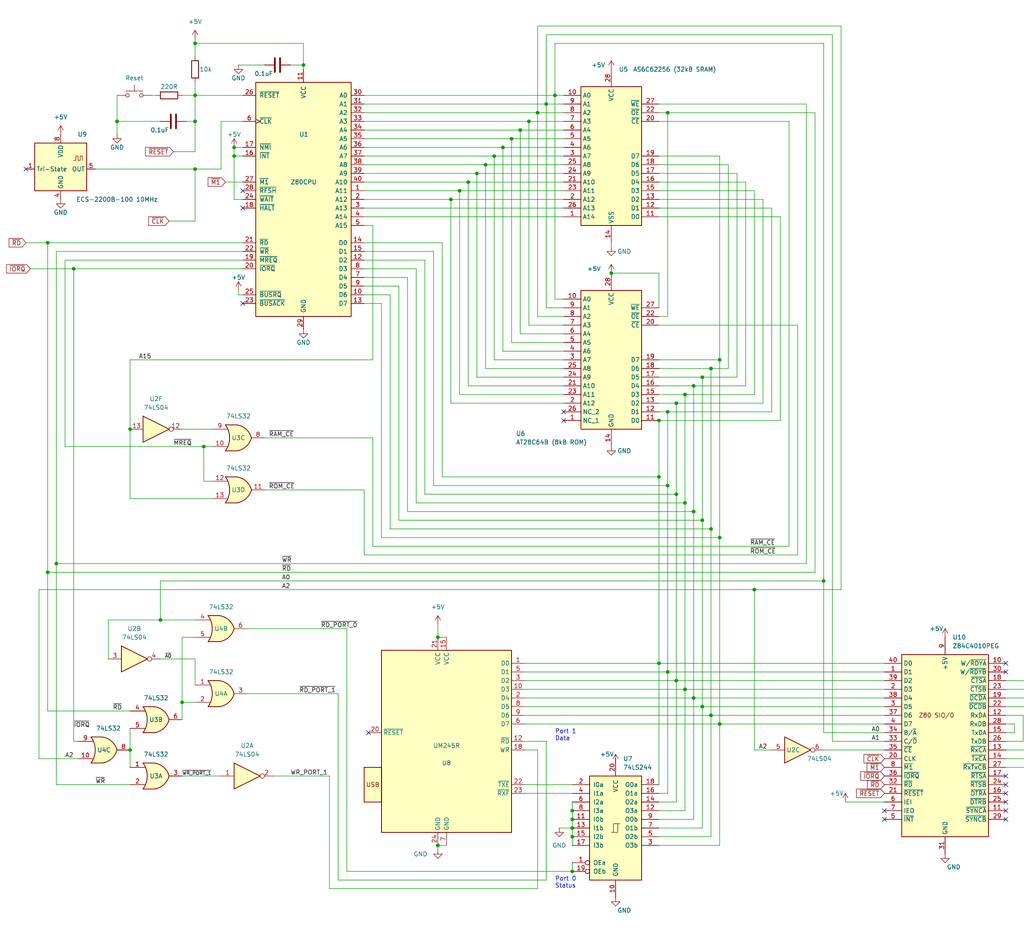
<source format=kicad_sch>
(kicad_sch (version 20230121) (generator eeschema)
  (paper "User" 299.999 275.006)
  (junction (at 200.66 147.32))
  (junction (at 193.04 139.7))
  (junction (at 200.66 115.57))
  (junction (at 53.34 205.74))
  (junction (at 57.15 27.94))
  (junction (at 167.64 255.27))
  (junction (at 142.24 48.26))
  (junction (at 68.58 45.72))
  (junction (at 57.15 12.7))
  (junction (at 205.74 110.49))
  (junction (at 57.15 35.56))
  (junction (at 167.64 240.03))
  (junction (at 210.82 212.09))
  (junction (at 193.04 123.19))
  (junction (at 53.34 364.49))
  (junction (at 198.12 118.11))
  (junction (at 144.78 45.72))
  (junction (at 162.56 27.94))
  (junction (at 300.99 222.25))
  (junction (at 210.82 105.41))
  (junction (at 208.28 209.55))
  (junction (at 15.24 321.31))
  (junction (at 128.27 247.65))
  (junction (at 195.58 196.85))
  (junction (at 195.58 120.65))
  (junction (at 132.08 58.42))
  (junction (at 203.2 113.03))
  (junction (at 154.94 35.56))
  (junction (at 210.82 157.48))
  (junction (at 88.9 19.05))
  (junction (at 57.15 49.53))
  (junction (at 68.58 43.18))
  (junction (at 59.69 130.81))
  (junction (at 167.64 245.11))
  (junction (at 149.86 40.64))
  (junction (at 167.64 237.49))
  (junction (at 134.62 55.88))
  (junction (at 308.61 207.01))
  (junction (at 205.74 207.01))
  (junction (at 208.28 107.95))
  (junction (at 147.32 43.18))
  (junction (at 195.58 33.02))
  (junction (at 308.61 201.93))
  (junction (at 198.12 199.39))
  (junction (at 21.59 78.74))
  (junction (at 220.98 172.72))
  (junction (at 38.1 125.73))
  (junction (at 53.34 339.09))
  (junction (at 308.61 204.47))
  (junction (at 152.4 38.1))
  (junction (at 200.66 201.93))
  (junction (at 208.28 154.94))
  (junction (at 167.64 242.57))
  (junction (at 203.2 149.86))
  (junction (at 13.97 167.64))
  (junction (at 160.02 30.48))
  (junction (at 128.27 186.69))
  (junction (at 38.1 219.71))
  (junction (at 241.3 170.18))
  (junction (at 193.04 194.31))
  (junction (at 179.07 80.01))
  (junction (at 205.74 152.4))
  (junction (at 137.16 53.34))
  (junction (at 46.99 181.61))
  (junction (at 157.48 33.02))
  (junction (at 195.58 142.24))
  (junction (at 198.12 144.78))
  (junction (at 13.97 71.12))
  (junction (at 139.7 50.8))
  (junction (at 16.51 165.1))
  (junction (at 203.2 204.47))
  (junction (at 34.29 35.56))
  (no_connect (at 294.64 196.85))
  (no_connect (at 294.64 237.49))
  (no_connect (at 294.64 240.03))
  (no_connect (at 259.08 240.03))
  (no_connect (at 7.62 49.53))
  (no_connect (at 294.64 234.95))
  (no_connect (at 71.12 55.88))
  (no_connect (at 71.12 88.9))
  (no_connect (at 107.95 214.63))
  (no_connect (at 294.64 227.33))
  (no_connect (at 259.08 237.49))
  (no_connect (at 165.1 120.65))
  (no_connect (at 294.64 232.41))
  (no_connect (at 294.64 229.87))
  (no_connect (at 71.12 60.96))
  (no_connect (at 165.1 123.19))
  (no_connect (at 294.64 194.31))
  (wire (pts (xy 193.04 240.03) (xy 203.2 240.03)))
  (wire (pts (xy 72.39 203.2) (xy 99.06 203.2)))
  (wire (pts (xy 19.05 76.2) (xy 19.05 130.81)))
  (wire (pts (xy 200.66 147.32) (xy 200.66 201.93)))
  (wire (pts (xy 300.99 219.71) (xy 300.99 222.25)))
  (wire (pts (xy 297.18 214.63) (xy 297.18 212.09)))
  (wire (pts (xy 53.34 339.09) (xy 86.36 339.09)))
  (wire (pts (xy 106.68 30.48) (xy 160.02 30.48)))
  (wire (pts (xy 193.04 107.95) (xy 208.28 107.95)))
  (wire (pts (xy 127 142.24) (xy 195.58 142.24)))
  (wire (pts (xy 193.04 95.25) (xy 233.68 95.25)))
  (wire (pts (xy 210.82 212.09) (xy 259.08 212.09)))
  (wire (pts (xy 34.29 27.94) (xy 34.29 35.56)))
  (wire (pts (xy 153.67 194.31) (xy 193.04 194.31)))
  (wire (pts (xy 193.04 123.19) (xy 193.04 139.7)))
  (wire (pts (xy 193.04 63.5) (xy 228.6 63.5)))
  (wire (pts (xy 109.22 128.27) (xy 109.22 160.02)))
  (wire (pts (xy 167.64 232.41) (xy 153.67 232.41)))
  (wire (pts (xy 294.64 199.39) (xy 308.61 199.39)))
  (wire (pts (xy 109.22 66.04) (xy 109.22 105.41)))
  (wire (pts (xy 210.82 157.48) (xy 210.82 105.41)))
  (wire (pts (xy 129.54 139.7) (xy 193.04 139.7)))
  (wire (pts (xy 193.04 30.48) (xy 236.22 30.48)))
  (wire (pts (xy 106.68 81.28) (xy 119.38 81.28)))
  (wire (pts (xy 16.51 165.1) (xy 236.22 165.1)))
  (wire (pts (xy 167.64 252.73) (xy 167.64 255.27)))
  (wire (pts (xy 200.66 201.93) (xy 259.08 201.93)))
  (wire (pts (xy 13.97 71.12) (xy 13.97 167.64)))
  (wire (pts (xy 294.64 214.63) (xy 297.18 214.63)))
  (wire (pts (xy 72.39 184.15) (xy 101.6 184.15)))
  (wire (pts (xy 203.2 113.03) (xy 218.44 113.03)))
  (wire (pts (xy 38.1 213.36) (xy 38.1 219.71)))
  (wire (pts (xy 106.68 76.2) (xy 124.46 76.2)))
  (wire (pts (xy 200.66 115.57) (xy 200.66 147.32)))
  (wire (pts (xy 119.38 81.28) (xy 119.38 149.86)))
  (wire (pts (xy 66.04 53.34) (xy 71.12 53.34)))
  (wire (pts (xy 16.51 73.66) (xy 16.51 165.1)))
  (wire (pts (xy 121.92 78.74) (xy 121.92 147.32)))
  (wire (pts (xy 193.04 232.41) (xy 195.58 232.41)))
  (wire (pts (xy 99.06 257.81) (xy 160.02 257.81)))
  (wire (pts (xy 193.04 194.31) (xy 259.08 194.31)))
  (wire (pts (xy 22.86 339.09) (xy 53.34 339.09)))
  (wire (pts (xy 96.52 227.33) (xy 96.52 260.35)))
  (wire (pts (xy 106.68 45.72) (xy 144.78 45.72)))
  (wire (pts (xy 226.06 219.71) (xy 220.98 219.71)))
  (wire (pts (xy 223.52 118.11) (xy 198.12 118.11)))
  (wire (pts (xy 106.68 43.18) (xy 147.32 43.18)))
  (wire (pts (xy 101.6 184.15) (xy 101.6 255.27)))
  (wire (pts (xy 167.64 245.11) (xy 167.64 247.65)))
  (wire (pts (xy 13.97 167.64) (xy 238.76 167.64)))
  (wire (pts (xy 124.46 144.78) (xy 198.12 144.78)))
  (wire (pts (xy 106.68 60.96) (xy 165.1 60.96)))
  (wire (pts (xy 147.32 102.87) (xy 165.1 102.87)))
  (wire (pts (xy 57.15 11.43) (xy 57.15 12.7)))
  (wire (pts (xy 69.85 19.05) (xy 77.47 19.05)))
  (wire (pts (xy 22.86 364.49) (xy 53.34 364.49)))
  (wire (pts (xy 106.68 53.34) (xy 137.16 53.34)))
  (wire (pts (xy 116.84 152.4) (xy 205.74 152.4)))
  (wire (pts (xy 59.69 130.81) (xy 59.69 140.97)))
  (wire (pts (xy 203.2 149.86) (xy 203.2 204.47)))
  (wire (pts (xy 64.77 49.53) (xy 64.77 35.56)))
  (wire (pts (xy 205.74 152.4) (xy 205.74 207.01)))
  (wire (pts (xy 21.59 78.74) (xy 21.59 217.17)))
  (wire (pts (xy 198.12 199.39) (xy 198.12 234.95)))
  (wire (pts (xy 193.04 115.57) (xy 200.66 115.57)))
  (wire (pts (xy 114.3 154.94) (xy 208.28 154.94)))
  (wire (pts (xy 193.04 92.71) (xy 195.58 92.71)))
  (wire (pts (xy 259.08 196.85) (xy 195.58 196.85)))
  (wire (pts (xy 236.22 165.1) (xy 236.22 30.48)))
  (wire (pts (xy 167.64 242.57) (xy 167.64 245.11)))
  (wire (pts (xy 165.1 92.71) (xy 157.48 92.71)))
  (wire (pts (xy 162.56 27.94) (xy 165.1 27.94)))
  (wire (pts (xy 160.02 90.17) (xy 165.1 90.17)))
  (wire (pts (xy 49.53 64.77) (xy 57.15 64.77)))
  (wire (pts (xy 71.12 78.74) (xy 21.59 78.74)))
  (wire (pts (xy 137.16 113.03) (xy 165.1 113.03)))
  (wire (pts (xy 165.1 53.34) (xy 137.16 53.34)))
  (wire (pts (xy 294.64 224.79) (xy 300.99 224.79)))
  (wire (pts (xy 193.04 247.65) (xy 210.82 247.65)))
  (wire (pts (xy 96.52 260.35) (xy 157.48 260.35)))
  (wire (pts (xy 243.84 10.16) (xy 243.84 217.17)))
  (wire (pts (xy 38.1 105.41) (xy 38.1 125.73)))
  (wire (pts (xy 106.68 162.56) (xy 233.68 162.56)))
  (wire (pts (xy 128.27 186.69) (xy 130.81 186.69)))
  (wire (pts (xy 106.68 50.8) (xy 139.7 50.8)))
  (wire (pts (xy 71.12 73.66) (xy 16.51 73.66)))
  (wire (pts (xy 205.74 207.01) (xy 205.74 242.57)))
  (wire (pts (xy 57.15 27.94) (xy 71.12 27.94)))
  (wire (pts (xy 241.3 214.63) (xy 241.3 170.18)))
  (wire (pts (xy 208.28 107.95) (xy 208.28 154.94)))
  (wire (pts (xy 193.04 105.41) (xy 210.82 105.41)))
  (wire (pts (xy 195.58 33.02) (xy 195.58 92.71)))
  (wire (pts (xy 193.04 48.26) (xy 213.36 48.26)))
  (wire (pts (xy 77.47 143.51) (xy 106.68 143.51)))
  (wire (pts (xy 57.15 24.13) (xy 57.15 27.94)))
  (wire (pts (xy 106.68 78.74) (xy 121.92 78.74)))
  (wire (pts (xy 57.15 64.77) (xy 57.15 49.53)))
  (wire (pts (xy 241.3 170.18) (xy 46.99 170.18)))
  (wire (pts (xy 179.07 72.39) (xy 179.07 71.12)))
  (wire (pts (xy 34.29 35.56) (xy 46.99 35.56)))
  (wire (pts (xy 294.64 204.47) (xy 308.61 204.47)))
  (wire (pts (xy 57.15 44.45) (xy 57.15 35.56)))
  (wire (pts (xy 53.34 27.94) (xy 57.15 27.94)))
  (wire (pts (xy 57.15 186.69) (xy 53.34 186.69)))
  (wire (pts (xy 208.28 107.95) (xy 213.36 107.95)))
  (wire (pts (xy 124.46 76.2) (xy 124.46 144.78)))
  (wire (pts (xy 153.67 207.01) (xy 205.74 207.01)))
  (wire (pts (xy 193.04 58.42) (xy 223.52 58.42)))
  (wire (pts (xy 193.04 35.56) (xy 231.14 35.56)))
  (wire (pts (xy 106.68 143.51) (xy 106.68 162.56)))
  (wire (pts (xy 106.68 40.64) (xy 149.86 40.64)))
  (wire (pts (xy 152.4 38.1) (xy 152.4 97.79)))
  (wire (pts (xy 134.62 115.57) (xy 134.62 55.88)))
  (wire (pts (xy 226.06 120.65) (xy 226.06 60.96)))
  (wire (pts (xy 116.84 83.82) (xy 116.84 152.4)))
  (wire (pts (xy 106.68 33.02) (xy 157.48 33.02)))
  (wire (pts (xy 50.8 44.45) (xy 57.15 44.45)))
  (wire (pts (xy 68.58 45.72) (xy 68.58 43.18)))
  (wire (pts (xy 109.22 105.41) (xy 38.1 105.41)))
  (wire (pts (xy 308.61 199.39) (xy 308.61 201.93)))
  (wire (pts (xy 153.67 209.55) (xy 208.28 209.55)))
  (wire (pts (xy 119.38 149.86) (xy 203.2 149.86)))
  (wire (pts (xy 11.43 172.72) (xy 11.43 222.25)))
  (wire (pts (xy 259.08 204.47) (xy 203.2 204.47)))
  (wire (pts (xy 163.83 242.57) (xy 167.64 242.57)))
  (wire (pts (xy 7.62 71.12) (xy 13.97 71.12)))
  (wire (pts (xy 203.2 204.47) (xy 203.2 240.03)))
  (wire (pts (xy 106.68 58.42) (xy 132.08 58.42)))
  (wire (pts (xy 121.92 147.32) (xy 200.66 147.32)))
  (wire (pts (xy 165.1 95.25) (xy 154.94 95.25)))
  (wire (pts (xy 31.75 181.61) (xy 31.75 193.04)))
  (wire (pts (xy 106.68 66.04) (xy 109.22 66.04)))
  (wire (pts (xy 153.67 204.47) (xy 203.2 204.47)))
  (wire (pts (xy 13.97 167.64) (xy 13.97 208.28)))
  (wire (pts (xy 68.58 43.18) (xy 71.12 43.18)))
  (wire (pts (xy 111.76 88.9) (xy 106.68 88.9)))
  (wire (pts (xy 71.12 71.12) (xy 13.97 71.12)))
  (wire (pts (xy 157.48 260.35) (xy 157.48 219.71)))
  (wire (pts (xy 294.64 207.01) (xy 308.61 207.01)))
  (wire (pts (xy 198.12 199.39) (xy 259.08 199.39)))
  (wire (pts (xy 193.04 90.17) (xy 193.04 80.01)))
  (wire (pts (xy 193.04 120.65) (xy 195.58 120.65)))
  (wire (pts (xy 128.27 182.88) (xy 128.27 186.69)))
  (wire (pts (xy 57.15 12.7) (xy 57.15 16.51)))
  (wire (pts (xy 152.4 97.79) (xy 165.1 97.79)))
  (wire (pts (xy 233.68 162.56) (xy 233.68 95.25)))
  (wire (pts (xy 53.34 125.73) (xy 62.23 125.73)))
  (wire (pts (xy 144.78 45.72) (xy 144.78 105.41)))
  (wire (pts (xy 129.54 71.12) (xy 129.54 139.7)))
  (wire (pts (xy 53.34 205.74) (xy 57.15 205.74)))
  (wire (pts (xy 294.64 209.55) (xy 299.72 209.55)))
  (wire (pts (xy 165.1 50.8) (xy 139.7 50.8)))
  (wire (pts (xy 62.23 130.81) (xy 59.69 130.81)))
  (wire (pts (xy 220.98 172.72) (xy 220.98 219.71)))
  (wire (pts (xy 198.12 118.11) (xy 193.04 118.11)))
  (wire (pts (xy 193.04 139.7) (xy 193.04 194.31)))
  (wire (pts (xy 203.2 113.03) (xy 203.2 149.86)))
  (wire (pts (xy 127 73.66) (xy 127 142.24)))
  (wire (pts (xy 193.04 242.57) (xy 205.74 242.57)))
  (wire (pts (xy 193.04 55.88) (xy 220.98 55.88)))
  (wire (pts (xy 165.1 115.57) (xy 134.62 115.57)))
  (wire (pts (xy 162.56 12.7) (xy 241.3 12.7)))
  (wire (pts (xy 106.68 73.66) (xy 127 73.66)))
  (wire (pts (xy 154.94 35.56) (xy 165.1 35.56)))
  (wire (pts (xy 294.64 219.71) (xy 300.99 219.71)))
  (wire (pts (xy 68.58 45.72) (xy 71.12 45.72)))
  (wire (pts (xy 153.67 217.17) (xy 160.02 217.17)))
  (wire (pts (xy 153.67 201.93) (xy 200.66 201.93)))
  (wire (pts (xy 139.7 110.49) (xy 165.1 110.49)))
  (wire (pts (xy 8.89 78.74) (xy 21.59 78.74)))
  (wire (pts (xy 68.58 58.42) (xy 68.58 45.72)))
  (wire (pts (xy 243.84 217.17) (xy 259.08 217.17)))
  (wire (pts (xy 46.99 193.04) (xy 57.15 193.04)))
  (wire (pts (xy 165.1 87.63) (xy 162.56 87.63)))
  (wire (pts (xy 198.12 118.11) (xy 198.12 144.78)))
  (wire (pts (xy 220.98 172.72) (xy 11.43 172.72)))
  (wire (pts (xy 139.7 50.8) (xy 139.7 110.49)))
  (wire (pts (xy 153.67 199.39) (xy 198.12 199.39)))
  (wire (pts (xy 46.99 181.61) (xy 57.15 181.61)))
  (wire (pts (xy 195.58 142.24) (xy 195.58 196.85)))
  (wire (pts (xy 180.34 223.52) (xy 180.34 222.25)))
  (wire (pts (xy 195.58 196.85) (xy 195.58 232.41)))
  (wire (pts (xy 132.08 58.42) (xy 132.08 118.11)))
  (wire (pts (xy 153.67 219.71) (xy 157.48 219.71)))
  (wire (pts (xy 208.28 154.94) (xy 208.28 209.55)))
  (wire (pts (xy 208.28 209.55) (xy 208.28 245.11)))
  (wire (pts (xy 218.44 113.03) (xy 218.44 53.34)))
  (wire (pts (xy 71.12 58.42) (xy 68.58 58.42)))
  (wire (pts (xy 27.94 49.53) (xy 57.15 49.53)))
  (wire (pts (xy 200.66 115.57) (xy 220.98 115.57)))
  (wire (pts (xy 111.76 157.48) (xy 210.82 157.48)))
  (wire (pts (xy 193.04 110.49) (xy 205.74 110.49)))
  (wire (pts (xy 205.74 110.49) (xy 215.9 110.49)))
  (wire (pts (xy 238.76 167.64) (xy 238.76 33.02)))
  (wire (pts (xy 106.68 27.94) (xy 162.56 27.94)))
  (wire (pts (xy 88.9 19.05) (xy 88.9 20.32)))
  (wire (pts (xy 160.02 30.48) (xy 160.02 10.16)))
  (wire (pts (xy 77.47 128.27) (xy 109.22 128.27)))
  (wire (pts (xy 153.67 212.09) (xy 210.82 212.09)))
  (wire (pts (xy 246.38 7.62) (xy 246.38 172.72)))
  (wire (pts (xy 57.15 12.7) (xy 88.9 12.7)))
  (wire (pts (xy 15.24 312.42) (xy 15.24 321.31)))
  (wire (pts (xy 300.99 222.25) (xy 306.07 222.25)))
  (wire (pts (xy 142.24 107.95) (xy 142.24 48.26)))
  (wire (pts (xy 193.04 50.8) (xy 215.9 50.8)))
  (wire (pts (xy 69.85 86.36) (xy 69.85 85.09)))
  (wire (pts (xy 21.59 217.17) (xy 22.86 217.17)))
  (wire (pts (xy 165.1 45.72) (xy 144.78 45.72)))
  (wire (pts (xy 34.29 39.37) (xy 34.29 35.56)))
  (wire (pts (xy 193.04 123.19) (xy 228.6 123.19)))
  (wire (pts (xy 165.1 107.95) (xy 142.24 107.95)))
  (wire (pts (xy 106.68 83.82) (xy 116.84 83.82)))
  (wire (pts (xy 19.05 130.81) (xy 59.69 130.81)))
  (wire (pts (xy 109.22 160.02) (xy 231.14 160.02)))
  (wire (pts (xy 205.74 110.49) (xy 205.74 152.4)))
  (wire (pts (xy 64.77 35.56) (xy 71.12 35.56)))
  (wire (pts (xy 299.72 217.17) (xy 299.72 209.55)))
  (wire (pts (xy 167.64 240.03) (xy 167.64 242.57)))
  (wire (pts (xy 15.24 321.31) (xy 15.24 331.47)))
  (wire (pts (xy 210.82 247.65) (xy 210.82 212.09)))
  (wire (pts (xy 106.68 38.1) (xy 152.4 38.1)))
  (wire (pts (xy 195.58 120.65) (xy 195.58 142.24)))
  (wire (pts (xy 195.58 120.65) (xy 226.06 120.65)))
  (wire (pts (xy 193.04 53.34) (xy 218.44 53.34)))
  (wire (pts (xy 308.61 204.47) (xy 308.61 207.01)))
  (wire (pts (xy 193.04 33.02) (xy 195.58 33.02)))
  (wire (pts (xy 157.48 33.02) (xy 165.1 33.02)))
  (wire (pts (xy 132.08 118.11) (xy 165.1 118.11)))
  (wire (pts (xy 294.64 217.17) (xy 299.72 217.17)))
  (wire (pts (xy 165.1 30.48) (xy 160.02 30.48)))
  (wire (pts (xy 193.04 113.03) (xy 203.2 113.03)))
  (wire (pts (xy 106.68 71.12) (xy 129.54 71.12)))
  (wire (pts (xy 128.27 247.65) (xy 130.81 247.65)))
  (wire (pts (xy 241.3 219.71) (xy 259.08 219.71)))
  (wire (pts (xy 157.48 92.71) (xy 157.48 33.02)))
  (wire (pts (xy 246.38 172.72) (xy 220.98 172.72)))
  (wire (pts (xy 157.48 7.62) (xy 246.38 7.62)))
  (wire (pts (xy 11.43 222.25) (xy 22.86 222.25)))
  (wire (pts (xy 13.97 208.28) (xy 38.1 208.28)))
  (wire (pts (xy 16.51 165.1) (xy 16.51 229.87)))
  (wire (pts (xy 220.98 115.57) (xy 220.98 55.88)))
  (wire (pts (xy 215.9 50.8) (xy 215.9 110.49)))
  (wire (pts (xy 149.86 100.33) (xy 149.86 40.64)))
  (wire (pts (xy 200.66 201.93) (xy 200.66 237.49)))
  (wire (pts (xy 46.99 170.18) (xy 46.99 181.61)))
  (wire (pts (xy 99.06 203.2) (xy 99.06 257.81)))
  (wire (pts (xy 57.15 49.53) (xy 64.77 49.53)))
  (wire (pts (xy 165.1 100.33) (xy 149.86 100.33)))
  (wire (pts (xy 162.56 27.94) (xy 162.56 12.7)))
  (wire (pts (xy 294.64 212.09) (xy 297.18 212.09)))
  (wire (pts (xy 153.67 196.85) (xy 195.58 196.85)))
  (wire (pts (xy 294.64 201.93) (xy 308.61 201.93)))
  (wire (pts (xy 157.48 33.02) (xy 157.48 7.62)))
  (wire (pts (xy 38.1 146.05) (xy 62.23 146.05)))
  (wire (pts (xy 193.04 60.96) (xy 226.06 60.96)))
  (wire (pts (xy 71.12 86.36) (xy 69.85 86.36)))
  (wire (pts (xy 198.12 144.78) (xy 198.12 199.39)))
  (wire (pts (xy 38.1 125.73) (xy 38.1 146.05)))
  (wire (pts (xy 208.28 209.55) (xy 259.08 209.55)))
  (wire (pts (xy 53.34 364.49) (xy 86.36 364.49)))
  (wire (pts (xy 205.74 207.01) (xy 259.08 207.01)))
  (wire (pts (xy 300.99 222.25) (xy 300.99 224.79)))
  (wire (pts (xy 154.94 95.25) (xy 154.94 35.56)))
  (wire (pts (xy 106.68 63.5) (xy 165.1 63.5)))
  (wire (pts (xy 144.78 105.41) (xy 165.1 105.41)))
  (wire (pts (xy 193.04 45.72) (xy 210.82 45.72)))
  (wire (pts (xy 193.04 237.49) (xy 200.66 237.49)))
  (wire (pts (xy 16.51 229.87) (xy 38.1 229.87)))
  (wire (pts (xy 193.04 245.11) (xy 208.28 245.11)))
  (wire (pts (xy 308.61 201.93) (xy 308.61 204.47)))
  (wire (pts (xy 160.02 30.48) (xy 160.02 90.17)))
  (wire (pts (xy 294.64 222.25) (xy 300.99 222.25)))
  (wire (pts (xy 85.09 19.05) (xy 88.9 19.05)))
  (wire (pts (xy 106.68 48.26) (xy 142.24 48.26)))
  (wire (pts (xy 44.45 27.94) (xy 45.72 27.94)))
  (wire (pts (xy 80.01 227.33) (xy 96.52 227.33)))
  (wire (pts (xy 38.1 219.71) (xy 38.1 224.79)))
  (wire (pts (xy 114.3 86.36) (xy 114.3 154.94)))
  (wire (pts (xy 53.34 205.74) (xy 53.34 210.82)))
  (wire (pts (xy 228.6 63.5) (xy 228.6 123.19)))
  (wire (pts (xy 62.23 140.97) (xy 59.69 140.97)))
  (wire (pts (xy 57.15 200.66) (xy 57.15 193.04)))
  (wire (pts (xy 88.9 12.7) (xy 88.9 19.05)))
  (wire (pts (xy 213.36 107.95) (xy 213.36 48.26)))
  (wire (pts (xy 101.6 255.27) (xy 167.64 255.27)))
  (wire (pts (xy 106.68 35.56) (xy 154.94 35.56)))
  (wire (pts (xy 106.68 86.36) (xy 114.3 86.36)))
  (wire (pts (xy 128.27 248.92) (xy 128.27 247.65)))
  (wire (pts (xy 193.04 234.95) (xy 198.12 234.95)))
  (wire (pts (xy 210.82 45.72) (xy 210.82 105.41)))
  (wire (pts (xy 149.86 40.64) (xy 165.1 40.64)))
  (wire (pts (xy 165.1 38.1) (xy 152.4 38.1)))
  (wire (pts (xy 308.61 207.01) (xy 308.61 208.28)))
  (wire (pts (xy 134.62 55.88) (xy 165.1 55.88)))
  (wire (pts (xy 193.04 194.31) (xy 193.04 229.87)))
  (wire (pts (xy 7.62 321.31) (xy 15.24 321.31)))
  (wire (pts (xy 195.58 33.02) (xy 238.76 33.02)))
  (wire (pts (xy 162.56 87.63) (xy 162.56 27.94)))
  (wire (pts (xy 165.1 43.18) (xy 147.32 43.18)))
  (wire (pts (xy 165.1 58.42) (xy 132.08 58.42)))
  (wire (pts (xy 179.07 80.01) (xy 193.04 80.01)))
  (wire (pts (xy 147.32 43.18) (xy 147.32 102.87)))
  (wire (pts (xy 247.65 234.95) (xy 259.08 234.95)))
  (wire (pts (xy 210.82 157.48) (xy 210.82 212.09)))
  (wire (pts (xy 167.64 237.49) (xy 167.64 240.03)))
  (wire (pts (xy 53.34 186.69) (xy 53.34 205.74)))
  (wire (pts (xy 142.24 48.26) (xy 165.1 48.26)))
  (wire (pts (xy 231.14 35.56) (xy 231.14 160.02)))
  (wire (pts (xy 57.15 35.56) (xy 57.15 27.94)))
  (wire (pts (xy 111.76 88.9) (xy 111.76 157.48)))
  (wire (pts (xy 241.3 12.7) (xy 241.3 170.18)))
  (wire (pts (xy 259.08 214.63) (xy 241.3 214.63)))
  (wire (pts (xy 160.02 257.81) (xy 160.02 217.17)))
  (wire (pts (xy 167.64 234.95) (xy 167.64 237.49)))
  (wire (pts (xy 137.16 53.34) (xy 137.16 113.03)))
  (wire (pts (xy 54.61 35.56) (xy 57.15 35.56)))
  (wire (pts (xy 31.75 181.61) (xy 46.99 181.61)))
  (wire (pts (xy 71.12 76.2) (xy 19.05 76.2)))
  (wire (pts (xy 160.02 10.16) (xy 243.84 10.16)))
  (wire (pts (xy 223.52 58.42) (xy 223.52 118.11)))
  (wire (pts (xy 106.68 55.88) (xy 134.62 55.88)))
  (wire (pts (xy 53.34 227.33) (xy 64.77 227.33)))
  (wire (pts (xy 167.64 229.87) (xy 153.67 229.87)))
  (text "Cross-over Tx/Rx" (at 300.99 217.17 0) (effects (font (size 1.27 1.27)) (justify left bottom)))
  (text "Port 1\nData\n" (at 162.56 217.17 0) (effects (font (size 1.27 1.27)) (justify left bottom)))
  (text "Port 0\nStatus\n" (at 162.56 260.35 0) (effects (font (size 1.27 1.27)) (justify left bottom)))
  (label "~{RD}" (at 82.55 167.64 0))
  (label "~{ROM_CE}" (at 78.74 143.51 0))
  (label "A2" (at 222.25 219.71 0))
  (label "~{WR}" (at 27.94 229.87 0))
  (label "~{RAM_CE}" (at 219.71 160.02 0))
  (label "~{RD_PORT_0}" (at 93.98 184.15 0))
  (label "A0" (at 82.55 170.18 0))
  (label "~{RD_PORT_1}" (at 87.63 203.2 0))
  (label "~{ROM_CE}" (at 219.71 162.56 0))
  (label "A2" (at 82.55 172.72 0))
  (label "A0" (at 255.27 214.63 0))
  (label "~{RAM_CE}" (at 78.74 128.27 0))
  (label "~{WR}" (at 82.55 165.1 0))
  (label "A15" (at 40.64 105.41 0))
  (label "~{WR_PORT_1}" (at 53.34 227.33 0) (effects (font (size 1 1))))
  (label "~{MREQ}" (at 50.8 130.81 0))
  (label "~{A0}" (at 48.26 193.04 0) (effects (font (size 1 1))))
  (label "WR_PORT_1" (at 85.09 227.33 0))
  (label "A2" (at 19.05 222.25 0))
  (label "A1" (at 255.27 217.17 0))
  (label "~{IORQ}" (at 21.59 213.36 0))
  (label "~{RD}" (at 33.02 208.28 0))
  (global_label "~{RD}" (shape input) (at 259.08 229.87 180) (property "Intersheetrefs" "${INTERSHEET_REFS}" (effects hide)))
  (global_label "~{RD}" (shape input) (at 7.62 71.12 180) (property "Intersheetrefs" "${INTERSHEET_REFS}" (effects hide)))
  (global_label "~{CLK}" (shape input) (at 259.08 222.25 180) (property "Intersheetrefs" "${INTERSHEET_REFS}" (effects hide)))
  (global_label "~{CLK}" (shape input) (at 306.07 222.25 0) (property "Intersheetrefs" "${INTERSHEET_REFS}" (effects hide)))
  (global_label "~{IORQ}" (shape input) (at 8.89 78.74 180) (property "Intersheetrefs" "${INTERSHEET_REFS}" (effects hide)))
  (global_label "~{CLK}" (shape input) (at 49.53 64.77 180) (property "Intersheetrefs" "${INTERSHEET_REFS}" (effects hide)))
  (global_label "~{M1}" (shape input) (at 259.08 224.79 180) (property "Intersheetrefs" "${INTERSHEET_REFS}" (effects hide)))
  (global_label "~{RESET}" (shape input) (at 50.8 44.45 180) (property "Intersheetrefs" "${INTERSHEET_REFS}" (effects hide)))
  (global_label "~{RESET}" (shape input) (at 259.08 232.41 180) (property "Intersheetrefs" "${INTERSHEET_REFS}" (effects hide)))
  (global_label "~{M1}" (shape input) (at 66.04 53.34 180) (property "Intersheetrefs" "${INTERSHEET_REFS}" (effects hide)))
  (global_label "~{IORQ}" (shape input) (at 259.08 227.33 180) (property "Intersheetrefs" "${INTERSHEET_REFS}" (effects hide)))
  (symbol (lib_id "Device:R") (at 49.53 27.94 270) (unit 1)
    (property "Reference" "R2" (effects hide))
    (property "Value" "220R" (at 49.53 25.4 90))
  )
  (symbol (lib_id "74xx:74LS04") (at 233.68 219.71 0) (unit 3)
    (property "Reference" "U2" (at 232.41 219.71 0))
    (property "Value" "74LS04" (at 240.03 222.25 0))
    (property "Datasheet" "http://www.ti.com/lit/gpn/sn74LS04" (effects hide))
  )
  (symbol (lib_name "GND_2") (lib_id "power:GND") (at 180.34 262.89 0) (unit 1)
    (property "Reference" "#PWR02" (effects hide))
    (property "Value" "GND" (at 182.88 266.7 0))
  )
  (symbol (lib_id "CPU:Z80CPU") (at 88.9 58.42 0) (unit 1)
    (property "Reference" "U1" (at 87.63 39.37 0) (effects (justify left)))
    (property "Value" "Z80CPU" (at 85.09 53.34 0) (effects (justify left)))
    (property "Datasheet" "www.zilog.com/manage_directlink.php?filepath=docs/z80/um0080" (effects hide))
  )
  (symbol (lib_id "74xx:74LS32") (at 64.77 203.2 0) (unit 1)
    (property "Reference" "U4" (at 64.77 203.2 0))
    (property "Value" "74LS32" (at 64.77 196.85 0))
    (property "Datasheet" "http://www.ti.com/lit/gpn/sn74LS32" (effects hide))
  )
  (symbol (lib_id "power:+5V") (at 276.86 186.69 0) (unit 1)
    (property "Reference" "#PWR012" (effects hide))
    (property "Value" "+5V" (at 274.32 184.15 0))
  )
  (symbol (lib_id "74xx:74LS04") (at 22.86 351.79 0) (unit 7)
    (property "Reference" "U2" (at 12.7 350.52 0))
    (property "Value" "74LS04" (at 10.16 347.98 0))
    (property "Datasheet" "http://www.ti.com/lit/gpn/sn74LS04" (effects hide))
  )
  (symbol (lib_id "power:GND") (at 69.85 19.05 0) (unit 1)
    (property "Reference" "#PWR0102" (effects hide))
    (property "Value" "GND" (at 69.85 22.86 0))
  )
  (symbol (lib_id "AS6C62256:AS6C62256-55PCN") (at 165.1 27.94 0) (unit 1)
    (property "Reference" "U5" (at 181.2641 20.32 0) (effects (justify left)))
    (property "Value" "AS6C62256 (32kB SRAM)" (at 185.42 20.32 0) (effects (justify left)))
    (property "Footprint" "DIP1587W140P254L3632H381Q28N" (effects hide))
    (property "Datasheet" "https://componentsearchengine.com/Datasheets/1/AS6C62256-55PCN.pdf" (effects hide))
    (property "Height" "3.81" (effects hide))
    (property "Mouser Part Number" "913-AS6C62256-55PCN" (effects hide))
    (property "Mouser Price/Stock" "https://www.mouser.co.uk/ProductDetail/Alliance-Memory/AS6C62256-55PCN?qs=LD2UibpCYJqgbIupMJnGTQ%3D%3D" (effects hide))
    (property "Manufacturer_Name" "Alliance Memory" (effects hide))
    (property "Manufacturer_Part_Number" "AS6C62256-55PCN" (effects hide))
  )
  (symbol (lib_id "74xx:74LS244") (at 180.34 242.57 0) (unit 1)
    (property "Reference" "U7" (at 182.5341 222.25 0) (effects (justify left)))
    (property "Value" "74LS244" (at 182.5341 224.79 0) (effects (justify left)))
    (property "Datasheet" "http://www.ti.com/lit/ds/symlink/sn74ls244.pdf" (effects hide))
  )
  (symbol (lib_id "Device:C") (at 81.28 19.05 270) (unit 1)
    (property "Reference" "C3" (effects hide))
    (property "Value" "0.1uF" (at 80.01 21.59 90) (effects (justify right)))
  )
  (symbol (lib_id "power:+5V") (at 179.07 80.01 0) (unit 1)
    (property "Reference" "#PWR06" (effects hide))
    (property "Value" "+5V" (at 173.99 78.74 0))
  )
  (symbol (lib_id "power:+5V") (at 68.58 43.18 0) (unit 1)
    (property "Reference" "#PWR05" (effects hide))
    (property "Value" "+5V" (at 68.58 39.37 0))
  )
  (symbol (lib_id "UM245R:UM245R") (at 130.81 218.44 0) (mirror y) (unit 1)
    (property "Reference" "U8" (at 130.81 223.52 0))
    (property "Value" "UM245R" (at 130.81 218.44 0))
  )
  (symbol (lib_id "74xx:74LS32") (at 30.48 219.71 0) (unit 3)
    (property "Reference" "U4" (at 30.48 219.71 0))
    (property "Value" "74LS32" (at 31.75 213.36 0))
    (property "Datasheet" "http://www.ti.com/lit/gpn/sn74LS32" (effects hide))
  )
  (symbol (lib_id "74xx:74LS32") (at 69.85 143.51 0) (unit 4)
    (property "Reference" "U3" (at 69.85 143.51 0))
    (property "Value" "74LS32" (at 69.85 137.16 0))
    (property "Datasheet" "http://www.ti.com/lit/gpn/sn74LS32" (effects hide))
  )
  (symbol (lib_id "ECS-2200x-xxx:ECS-2200x-xxx") (at 17.78 50.8 0) (unit 1)
    (property "Reference" "U9" (at 24.13 39.37 0))
    (property "Value" "ECS-2200B-100 10MHz" (at 34.29 58.42 0))
    (property "Footprint" "Oscillator:Oscillator_8DIP_ECS_2200x-xxx-4Pin_13.2x13.2mm" (effects hide))
    (property "Datasheet" "https://www.mouser.co.uk/datasheet/2/122/ecs_2200-1284324.pdf" (effects hide))
  )
  (symbol (lib_id "74xx:74LS32") (at 87.63 313.69 0) (unit 4)
    (property "Reference" "U4" (at 87.63 304.8 0))
    (property "Value" "74LS32" (at 87.63 307.34 0))
    (property "Datasheet" "http://www.ti.com/lit/gpn/sn74LS32" (effects hide))
  )
  (symbol (lib_id "Device:R") (at 57.15 20.32 0) (unit 1)
    (property "Reference" "R1" (effects hide))
    (property "Value" "10k" (at 58.42 20.32 0) (effects (justify left)))
  )
  (symbol (lib_id "74xx:74LS04") (at 22.86 312.42 0) (unit 4)
    (property "Reference" "U2" (at 22.86 303.53 0))
    (property "Value" "74LS04" (at 22.86 306.07 0))
    (property "Datasheet" "http://www.ti.com/lit/gpn/sn74LS04" (effects hide))
  )
  (symbol (lib_id "power:+5V") (at 69.85 85.09 0) (unit 1)
    (property "Reference" "#PWR0105" (effects hide))
    (property "Value" "+5V" (at 69.85 81.28 0))
  )
  (symbol (lib_name "GND_3") (lib_id "power:GND") (at 163.83 242.57 0) (unit 1)
    (property "Reference" "#PWR01" (effects hide))
    (property "Value" "GND" (at 163.83 247.65 0))
  )
  (symbol (lib_id "74xx:74LS32") (at 69.85 128.27 0) (unit 3)
    (property "Reference" "U3" (at 69.85 128.27 0))
    (property "Value" "74LS32" (at 69.85 121.92 0))
    (property "Datasheet" "http://www.ti.com/lit/gpn/sn74LS32" (effects hide))
  )
  (symbol (lib_id "power:GND") (at 34.29 39.37 0) (unit 1)
    (property "Reference" "#PWR0101" (effects hide))
    (property "Value" "GND" (at 34.29 43.18 0))
  )
  (symbol (lib_id "power:+5V") (at 179.07 20.32 0) (unit 1)
    (property "Reference" "#PWR0104" (effects hide))
    (property "Value" "+5V" (at 175.26 19.05 0))
  )
  (symbol (lib_id "power:+5V") (at 180.34 223.52 0) (unit 1)
    (property "Reference" "#PWR04" (effects hide))
    (property "Value" "+5V" (at 177.8 220.98 0))
  )
  (symbol (lib_id "74xx:74LS32") (at 45.72 210.82 0) (unit 2)
    (property "Reference" "U3" (at 45.72 210.82 0))
    (property "Value" "74LS32" (at 45.72 204.47 0))
    (property "Datasheet" "http://www.ti.com/lit/gpn/sn74LS32" (effects hide))
  )
  (symbol (lib_id "power:GND") (at 17.78 58.42 0) (unit 1)
    (property "Reference" "#PWR018" (effects hide))
    (property "Value" "GND" (at 17.78 62.23 0))
  )
  (symbol (lib_id "74xx:74LS32") (at 45.72 227.33 0) (unit 1)
    (property "Reference" "U3" (at 45.72 227.33 0))
    (property "Value" "74LS32" (at 45.72 220.98 0))
    (property "Datasheet" "http://www.ti.com/lit/gpn/sn74LS32" (effects hide))
  )
  (symbol (lib_name "GND_2") (lib_id "power:GND") (at 7.62 321.31 0) (unit 1)
    (property "Reference" "#PWR09" (effects hide))
    (property "Value" "GND" (at 10.16 325.12 0))
  )
  (symbol (lib_id "power:+5V") (at 57.15 11.43 0) (unit 1)
    (property "Reference" "#PWR0103" (effects hide))
    (property "Value" "+5V" (at 57.15 6.35 0))
  )
  (symbol (lib_id "74xx:74LS04") (at 39.37 193.04 0) (unit 2)
    (property "Reference" "U2" (at 39.37 184.15 0))
    (property "Value" "74LS04" (at 39.37 186.69 0))
    (property "Datasheet" "http://www.ti.com/lit/gpn/sn74LS04" (effects hide))
  )
  (symbol (lib_id "74xx:74LS04") (at 22.86 331.47 0) (unit 5)
    (property "Reference" "U2" (at 22.86 322.58 0))
    (property "Value" "74LS04" (at 22.86 325.12 0))
    (property "Datasheet" "http://www.ti.com/lit/gpn/sn74LS04" (effects hide))
  )
  (symbol (lib_id "power:+5V") (at 247.65 234.95 0) (unit 1)
    (property "Reference" "#PWR014" (effects hide))
    (property "Value" "+5V" (at 245.11 232.41 0))
  )
  (symbol (lib_name "+5V_1") (lib_id "power:+5V") (at 128.27 182.88 0) (unit 1)
    (property "Reference" "#PWR0107" (effects hide))
    (property "Value" "+5V" (at 128.27 177.8 0))
  )
  (symbol (lib_id "74xx:74LS04") (at 72.39 227.33 0) (unit 1)
    (property "Reference" "U2" (at 72.39 218.44 0))
    (property "Value" "74LS04" (at 72.39 220.98 0))
    (property "Datasheet" "http://www.ti.com/lit/gpn/sn74LS04" (effects hide))
  )
  (symbol (lib_id "power:+5V") (at 53.34 339.09 0) (unit 1)
    (property "Reference" "#PWR011" (effects hide))
    (property "Value" "+5V" (at 50.8 336.55 0))
  )
  (symbol (lib_id "Z84C4010PEG:Z84C4010PEG") (at 259.08 194.31 0) (unit 1)
    (property "Reference" "U10" (at 279.0541 186.69 0) (effects (justify left)))
    (property "Value" "Z84C4010PEG" (at 279.0541 189.23 0) (effects (justify left)))
    (property "Footprint" "DIP1550W53P254L5232H424Q40N" (effects hide))
    (property "Datasheet" "http://www.zilog.com/docs/z80/ps0183.pdf" (effects hide))
    (property "Height" "4.24" (effects hide))
    (property "Mouser Part Number" "692-Z84C4010PEG" (effects hide))
    (property "Mouser Price/Stock" "https://www.mouser.co.uk/ProductDetail/ZiLOG/Z84C4010PEG?qs=ZNtr8jqNHF4vszdb5PeVGw%3D%3D" (effects hide))
    (property "Manufacturer_Name" "LITTELFUSE" (effects hide))
    (property "Manufacturer_Part_Number" "Z84C4010PEG" (effects hide))
  )
  (symbol (lib_id "power:+5V") (at 17.78 39.37 0) (unit 1)
    (property "Reference" "#PWR017" (effects hide))
    (property "Value" "+5V" (at 17.78 34.29 0))
  )
  (symbol (lib_name "GND_1") (lib_id "power:GND") (at 128.27 248.92 0) (unit 1)
    (property "Reference" "#PWR03" (effects hide))
    (property "Value" "GND" (at 123.19 250.19 0))
  )
  (symbol (lib_name "GND_2") (lib_id "power:GND") (at 179.07 130.81 0) (unit 1)
    (property "Reference" "#PWR08" (effects hide))
    (property "Value" "GND" (at 182.88 132.08 0))
  )
  (symbol (lib_name "GND_2") (lib_id "power:GND") (at 276.86 250.19 0) (unit 1)
    (property "Reference" "#PWR013" (effects hide))
    (property "Value" "GND" (at 279.4 254 0))
  )
  (symbol (lib_id "AT28C64B:AT28C64B-15PU") (at 165.1 87.63 0) (unit 1)
    (property "Reference" "U6" (at 151.13 127 0) (effects (justify left)))
    (property "Value" "AT28C64B (8kB ROM)" (at 151.13 129.54 0) (effects (justify left)))
    (property "Footprint" "DIP1556W56P254L3702H483Q28N" (effects hide))
    (property "Datasheet" "http://www.atmel.com/images/doc0270.pdf" (effects hide))
    (property "Height" "4.826" (effects hide))
    (property "Mouser Part Number" "556-AT28C64B15PU" (effects hide))
    (property "Mouser Price/Stock" "https://www.mouser.co.uk/ProductDetail/Microchip-Technology/AT28C64B-15PU?qs=2VKgqYuc3OvipbcAuBcLow%3D%3D" (effects hide))
    (property "Manufacturer_Name" "Microchip" (effects hide))
    (property "Manufacturer_Part_Number" "AT28C64B-15PU" (effects hide))
  )
  (symbol (lib_name "GND_2") (lib_id "power:GND") (at 308.61 208.28 0) (unit 1)
    (property "Reference" "#PWR015" (effects hide))
    (property "Value" "GND" (at 311.15 212.09 0))
  )
  (symbol (lib_id "Switch:SW_Push") (at 39.37 27.94 0) (unit 1)
    (property "Reference" "SW1" (effects hide))
    (property "Value" "Reset" (at 39.37 22.86 0))
  )
  (symbol (lib_id "74xx:74LS32") (at 64.77 184.15 0) (unit 2)
    (property "Reference" "U4" (at 64.77 184.15 0))
    (property "Value" "74LS32" (at 64.77 177.8 0))
    (property "Datasheet" "http://www.ti.com/lit/gpn/sn74LS32" (effects hide))
  )
  (symbol (lib_name "GND_2") (lib_id "power:GND") (at 179.07 72.39 0) (unit 1)
    (property "Reference" "#PWR07" (effects hide))
    (property "Value" "GND" (at 182.88 73.66 0))
  )
  (symbol (lib_name "GND_1") (lib_id "power:GND") (at 88.9 96.52 0) (unit 1)
    (property "Reference" "#PWR0106" (effects hide))
    (property "Value" "GND" (at 88.9 100.33 0))
  )
  (symbol (lib_id "74xx:74LS32") (at 53.34 351.79 0) (unit 5)
    (property "Reference" "U3" (at 41.91 345.44 0))
    (property "Value" "74LS32" (at 40.64 349.25 0))
    (property "Datasheet" "http://www.ti.com/lit/gpn/sn74LS32" (effects hide))
  )
  (symbol (lib_name "GND_2") (lib_id "power:GND") (at 53.34 364.49 0) (unit 1)
    (property "Reference" "#PWR010" (effects hide))
    (property "Value" "GND" (at 55.88 368.3 0))
  )
  (symbol (lib_id "74xx:74LS32") (at 86.36 351.79 0) (unit 5)
    (property "Reference" "U4" (at 76.2 351.79 0))
    (property "Value" "74LS32" (at 74.93 354.33 0))
    (property "Datasheet" "http://www.ti.com/lit/gpn/sn74LS32" (effects hide))
  )
  (symbol (lib_id "Device:C") (at 50.8 35.56 270) (unit 1)
    (property "Reference" "C5" (effects hide))
    (property "Value" "0.1uF" (at 49.53 38.1 90) (effects (justify right)))
  )
  (symbol (lib_id "74xx:74LS04") (at 45.72 125.73 0) (unit 6)
    (property "Reference" "U2" (at 45.72 116.84 0))
    (property "Value" "74LS04" (at 45.72 119.38 0))
    (property "Datasheet" "http://www.ti.com/lit/gpn/sn74LS04" (effects hide))
  )
)
</source>
